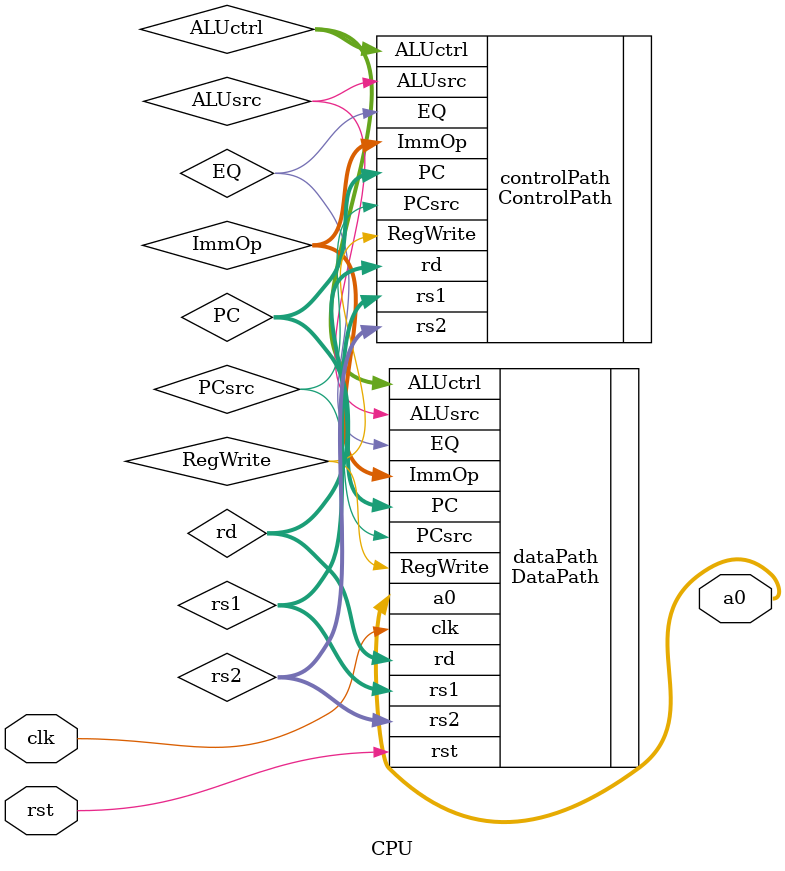
<source format=sv>
module CPU #(
    parameter DATA_WIDTH=32,
    parameter MEM_ADDRESS_WIDTH=8,
    parameter REG_ADDRESS_WIDTH=5
)(
    input logic clk,
    input logic rst,
    output logic [DATA_WIDTH-1:0] a0
);
logic [MEM_ADDRESS_WIDTH-1:0] PC;
logic EQ;
logic [DATA_WIDTH-1:0] ImmOp;
logic ALUsrc;
logic [2:0] ALUctrl;
logic RegWrite;
logic [REG_ADDRESS_WIDTH-1:0] rs1;
logic [REG_ADDRESS_WIDTH-1:0] rs2;
logic [REG_ADDRESS_WIDTH-1:0] rd;
logic PCsrc;

DataPath dataPath(
    .clk(clk),
    .rst(rst),
    .ImmOp(ImmOp),
    .rs1(rs1),
    .rs2(rs2),
    .rd(rd),
    .RegWrite(RegWrite),
    .ALUsrc(ALUsrc),
    .ALUctrl(ALUctrl),
    .PC(PC),
    .PCsrc(PCsrc),
    .a0(a0),
    .EQ(EQ)
);

ControlPath controlPath(
    .ImmOp(ImmOp),
    .rs1(rs1),
    .rs2(rs2),
    .rd(rd),
    .RegWrite(RegWrite),
    .ALUsrc(ALUsrc),
    .ALUctrl(ALUctrl),
    .PC(PC),
    .PCsrc(PCsrc),
    .EQ(EQ)
);



endmodule

</source>
